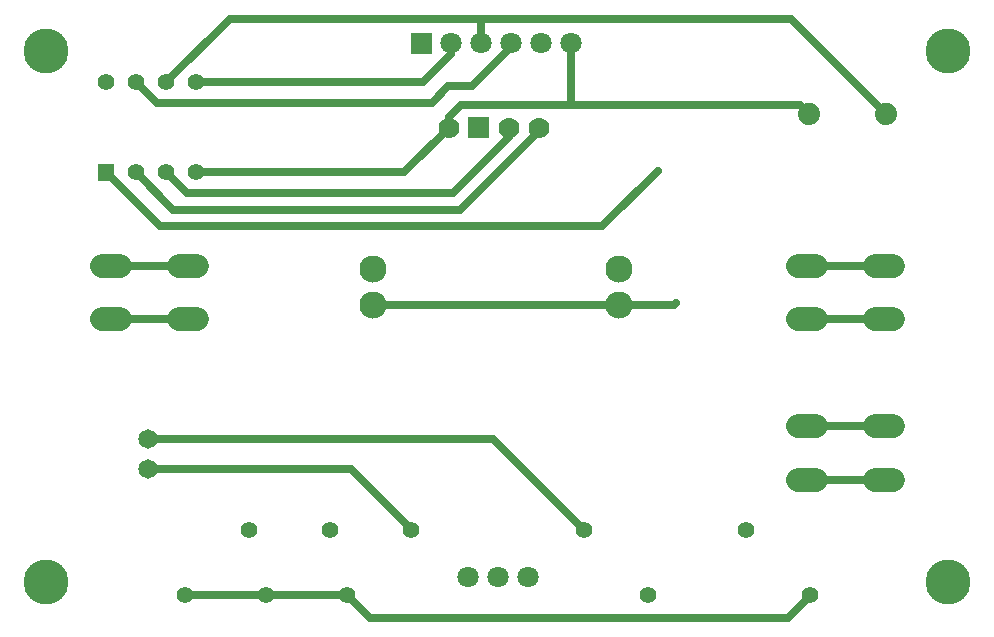
<source format=gtl>
G04 Layer: TopLayer*
G04 EasyEDA v6.4.7, 2020-11-20T12:49:30+01:00*
G04 3459f72c1cfb4ed1b42eaf7d9b2f9cca,50b924b206514efda7368a069ed08794,10*
G04 Gerber Generator version 0.2*
G04 Scale: 100 percent, Rotated: No, Reflected: No *
G04 Dimensions in millimeters *
G04 leading zeros omitted , absolute positions ,3 integer and 3 decimal *
%FSLAX33Y33*%
%MOMM*%
G90*
D02*

%ADD11C,0.699999*%
%ADD12C,0.610006*%
%ADD13C,3.810000*%
%ADD14C,1.778000*%
%ADD16C,1.799996*%
%ADD18C,1.397000*%
%ADD19C,1.879600*%
%ADD21C,1.419860*%
%ADD22C,1.651000*%
%ADD23C,2.299970*%
%ADD24C,1.999996*%

%LPD*%
G54D11*
G01X41488Y50170D02*
G01X41488Y52232D01*
G01X75727Y44201D02*
G01X67695Y52232D01*
G01X41488Y52232D01*
G01X41488Y52232D02*
G01X20182Y52232D01*
G01X14818Y46868D01*
G01X12278Y39248D02*
G01X15435Y36090D01*
G01X39689Y36090D01*
G01X46374Y42776D01*
G01X46374Y43009D01*
G01X13294Y14102D02*
G01X30451Y14102D01*
G01X35590Y8966D01*
G01X14818Y39248D02*
G01X16570Y37495D01*
G01X39110Y37495D01*
G01X43834Y42219D01*
G01X43834Y43009D01*
G01X16672Y31348D02*
G01X10169Y31348D01*
G01X38948Y50170D02*
G01X38948Y49248D01*
G01X36568Y46868D01*
G01X17358Y46868D01*
G01X75600Y17759D02*
G01X69097Y17759D01*
G01X16672Y26827D02*
G01X10169Y26827D01*
G01X75600Y26827D02*
G01X69097Y26827D01*
G01X50179Y8966D02*
G01X42504Y16642D01*
G01X13294Y16642D01*
G01X75600Y31348D02*
G01X69097Y31348D01*
G01X12278Y46868D02*
G01X14028Y45117D01*
G01X37317Y45117D01*
G01X38719Y46520D01*
G01X40703Y46520D01*
G01X44028Y49844D01*
G01X44028Y50170D01*
G01X16397Y3489D02*
G01X23255Y3489D01*
G01X23255Y3489D02*
G01X30113Y3489D01*
G01X49108Y50170D02*
G01X49108Y44950D01*
G01X69224Y44201D02*
G01X68475Y44950D01*
G01X49108Y44950D01*
G01X49108Y44950D02*
G01X39773Y44950D01*
G01X38754Y43931D01*
G01X38754Y43009D01*
G01X17358Y39248D02*
G01X34993Y39248D01*
G01X38754Y43009D01*
G01X75600Y13238D02*
G01X69097Y13238D01*
G01X56435Y39400D02*
G01X51724Y34688D01*
G01X14297Y34688D01*
G01X9738Y39248D01*
G01X32359Y27995D02*
G01X53159Y27995D01*
G01X53159Y27995D02*
G01X55358Y27995D01*
G01X53159Y27995D02*
G01X57853Y27995D01*
G01X58003Y28145D01*
G01X69372Y3489D02*
G01X67426Y1544D01*
G01X32059Y1544D01*
G01X30113Y3489D01*
G54D13*
G01X4658Y49535D03*
G01X80985Y49535D03*
G01X4658Y4577D03*
G01X80985Y4577D03*
G54D14*
G01X43834Y43009D03*
G01X46374Y43009D03*
G01X38754Y43009D03*
G36*
G01X40405Y43898D02*
G01X42183Y43898D01*
G01X42183Y42120D01*
G01X40405Y42120D01*
G01X40405Y43898D01*
G37*
G54D16*
G01X40345Y4958D03*
G01X42885Y4958D03*
G01X45425Y4958D03*
G36*
G01X9039Y39946D02*
G01X10436Y39946D01*
G01X10436Y38549D01*
G01X9039Y38549D01*
G01X9039Y39946D01*
G37*
G54D18*
G01X12278Y39248D03*
G01X14818Y39248D03*
G01X17358Y39248D03*
G01X17358Y46868D03*
G01X14818Y46868D03*
G01X12278Y46868D03*
G01X9738Y46868D03*
G54D19*
G01X69224Y44201D03*
G01X75727Y44201D03*
G54D16*
G01X49108Y50170D03*
G01X46568Y50170D03*
G01X44028Y50170D03*
G01X41488Y50170D03*
G01X38948Y50170D03*
G36*
G01X35508Y51070D02*
G01X37308Y51070D01*
G01X37308Y49270D01*
G01X35508Y49270D01*
G01X35508Y51070D01*
G37*
G54D21*
G01X30114Y3490D03*
G01X35589Y8965D03*
G01X16398Y3490D03*
G01X21873Y8965D03*
G01X23256Y3490D03*
G01X28731Y8965D03*
G01X55655Y3490D03*
G01X50180Y8965D03*
G01X69371Y3490D03*
G01X63896Y8965D03*
G54D22*
G01X13294Y16642D03*
G01X13294Y14102D03*
G54D23*
G01X53158Y31096D03*
G01X53158Y27996D03*
G01X32357Y27996D03*
G01X32357Y31096D03*
G54D12*
G01X56435Y39400D03*
G01X55358Y27995D03*
G54D24*
G01X68347Y31348D02*
G01X69847Y31348D01*
G01X68347Y26827D02*
G01X69847Y26827D01*
G01X74850Y31348D02*
G01X76350Y31348D01*
G01X74850Y26827D02*
G01X76350Y26827D01*
G01X9419Y31348D02*
G01X10919Y31348D01*
G01X9419Y26827D02*
G01X10919Y26827D01*
G01X15922Y31348D02*
G01X17422Y31348D01*
G01X15922Y26827D02*
G01X17422Y26827D01*
G01X68347Y17759D02*
G01X69847Y17759D01*
G01X68347Y13238D02*
G01X69847Y13238D01*
G01X74850Y17759D02*
G01X76350Y17759D01*
G01X74850Y13238D02*
G01X76350Y13238D01*
M00*
M02*

</source>
